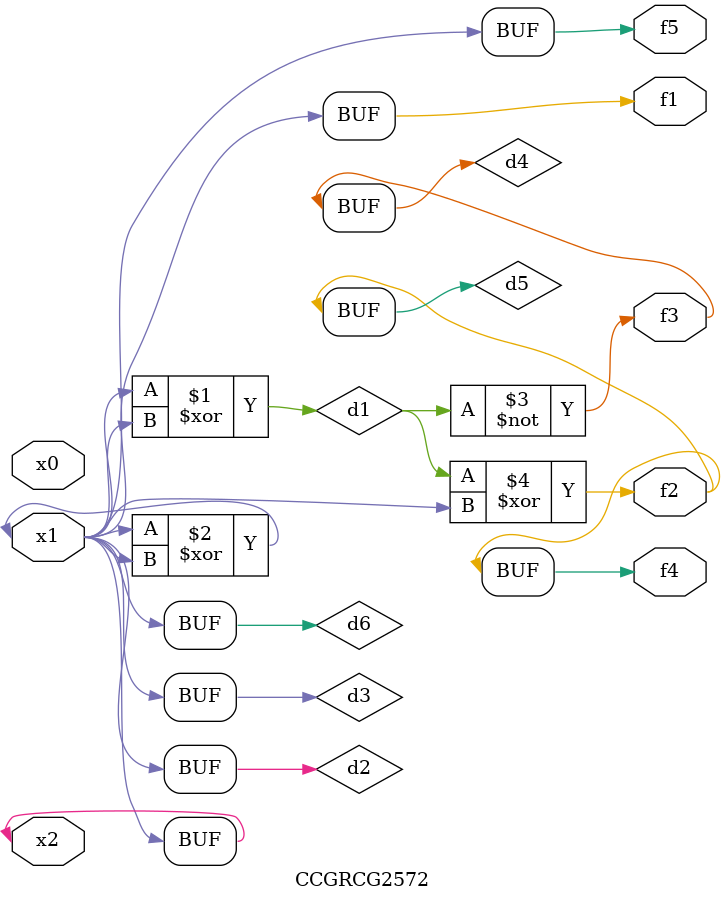
<source format=v>
module CCGRCG2572(
	input x0, x1, x2,
	output f1, f2, f3, f4, f5
);

	wire d1, d2, d3, d4, d5, d6;

	xor (d1, x1, x2);
	buf (d2, x1, x2);
	xor (d3, x1, x2);
	nor (d4, d1);
	xor (d5, d1, d2);
	buf (d6, d2, d3);
	assign f1 = d6;
	assign f2 = d5;
	assign f3 = d4;
	assign f4 = d5;
	assign f5 = d6;
endmodule

</source>
